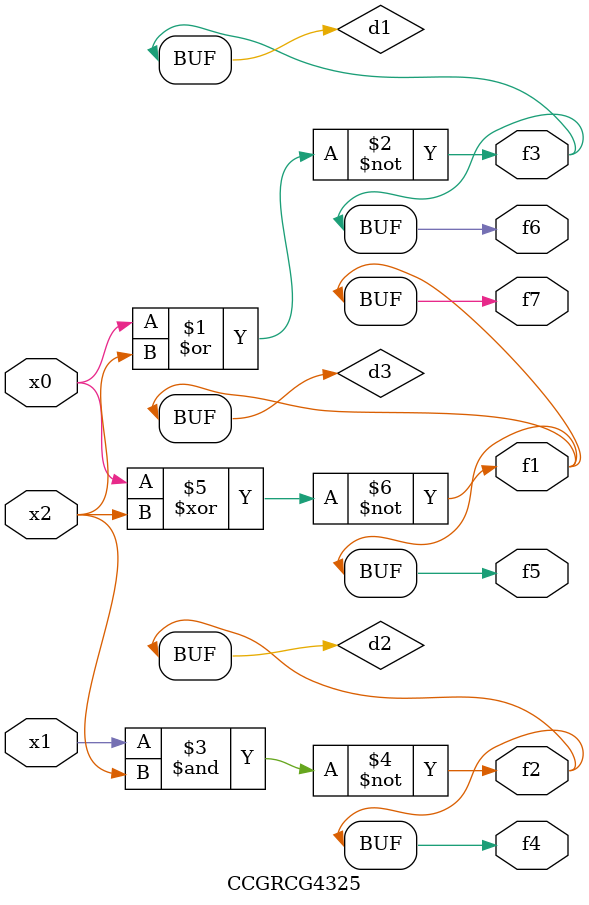
<source format=v>
module CCGRCG4325(
	input x0, x1, x2,
	output f1, f2, f3, f4, f5, f6, f7
);

	wire d1, d2, d3;

	nor (d1, x0, x2);
	nand (d2, x1, x2);
	xnor (d3, x0, x2);
	assign f1 = d3;
	assign f2 = d2;
	assign f3 = d1;
	assign f4 = d2;
	assign f5 = d3;
	assign f6 = d1;
	assign f7 = d3;
endmodule

</source>
